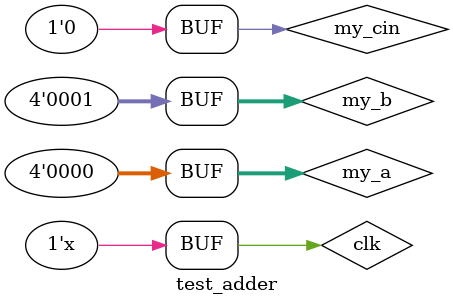
<source format=v>
`timescale 1ns/100ps
module test_adder();
        reg [3:0] my_a;
        reg [3:0] my_b;
        reg my_cin;
        wire [3:0] my_sum;
        wire my_cout;
        reg clk;
        adder u0(my_a,my_b,my_cin,my_sum,my_cout);
        always #10 clk=~clk;
        initial
        begin
                clk=1'b0;
                my_a=4'b0000;my_b=4'b0000;my_cin=1'b0;     
	        #100;
	       my_a=4'b0000;my_b=4'b0001;my_cin=1'b0;     
	       #100;//Ò»¹²ÓÐ2^9ÖÖÇé¿ö £¬¿ÉÒÔÌí¼ÓÏÂÆäËû¼¤ÀøÐÅºÅ   
        end
endmodule

</source>
